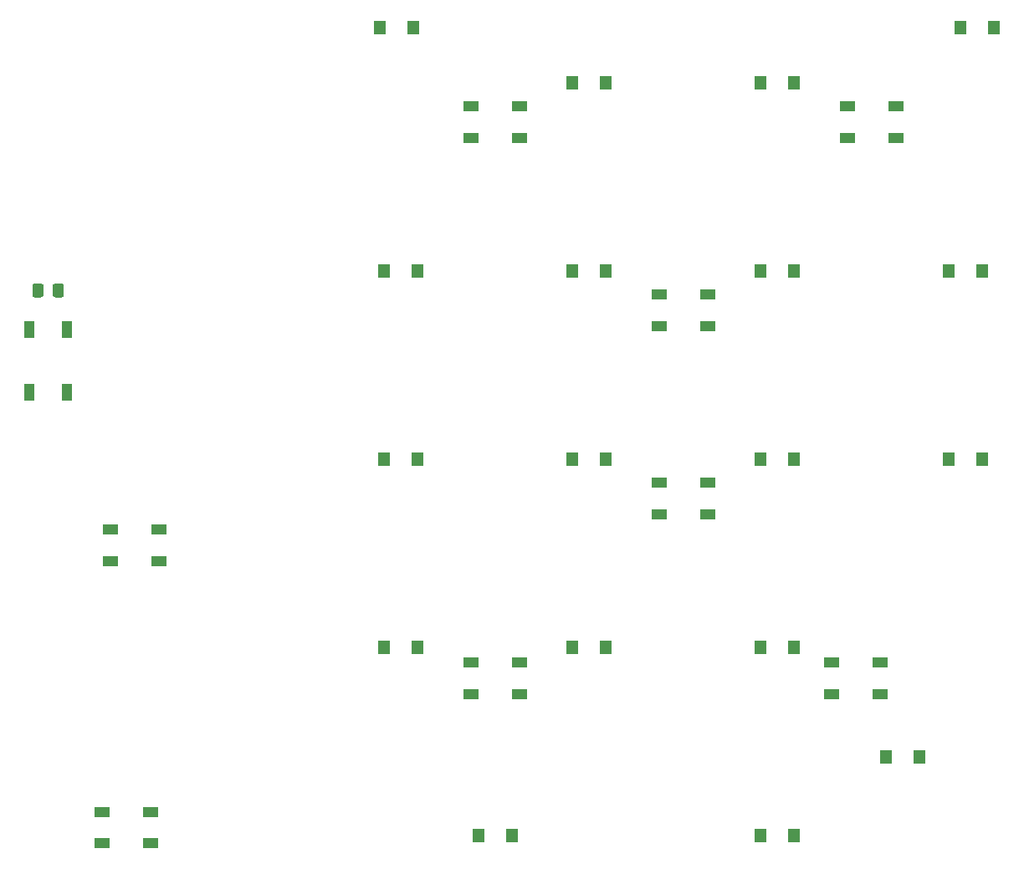
<source format=gbr>
G04 #@! TF.GenerationSoftware,KiCad,Pcbnew,(5.1.9)-1*
G04 #@! TF.CreationDate,2021-05-12T14:45:45+02:00*
G04 #@! TF.ProjectId,RotPad,526f7450-6164-42e6-9b69-6361645f7063,rev?*
G04 #@! TF.SameCoordinates,Original*
G04 #@! TF.FileFunction,Paste,Bot*
G04 #@! TF.FilePolarity,Positive*
%FSLAX46Y46*%
G04 Gerber Fmt 4.6, Leading zero omitted, Abs format (unit mm)*
G04 Created by KiCad (PCBNEW (5.1.9)-1) date 2021-05-12 14:45:45*
%MOMM*%
%LPD*%
G01*
G04 APERTURE LIST*
%ADD10R,1.500000X1.000000*%
%ADD11R,1.200000X1.400000*%
%ADD12R,1.000000X1.700000*%
G04 APERTURE END LIST*
D10*
X72157800Y-115099100D03*
X72157800Y-111899100D03*
X77057800Y-115099100D03*
X77057800Y-111899100D03*
X71364100Y-143672300D03*
X71364100Y-140472300D03*
X76264100Y-143672300D03*
X76264100Y-140472300D03*
D11*
X154090400Y-134929000D03*
X150690400Y-134929000D03*
X102843600Y-61114900D03*
X99443600Y-61114900D03*
D10*
X108668000Y-128592000D03*
X108668000Y-125392000D03*
X113568000Y-128592000D03*
X113568000Y-125392000D03*
D11*
X161577400Y-61114900D03*
X158177400Y-61114900D03*
X141391200Y-142866000D03*
X137991200Y-142866000D03*
X112818000Y-142866000D03*
X109418000Y-142866000D03*
X141391200Y-123817200D03*
X137991200Y-123817200D03*
X122342400Y-123817200D03*
X118942400Y-123817200D03*
X103293600Y-123817200D03*
X99893600Y-123817200D03*
X160440000Y-104768400D03*
X157040000Y-104768400D03*
X141391200Y-104768400D03*
X137991200Y-104768400D03*
X122342400Y-104768400D03*
X118942400Y-104768400D03*
X103293600Y-104768400D03*
X99893600Y-104768400D03*
X160440000Y-85719600D03*
X157040000Y-85719600D03*
X141391200Y-85719600D03*
X137991200Y-85719600D03*
X122342400Y-85719600D03*
X118942400Y-85719600D03*
X103293600Y-85719600D03*
X99893600Y-85719600D03*
X141391200Y-66670800D03*
X137991200Y-66670800D03*
X122342400Y-66670800D03*
X118942400Y-66670800D03*
D10*
X113568000Y-69039300D03*
X113568000Y-72239300D03*
X108668000Y-69039300D03*
X108668000Y-72239300D03*
X151665600Y-69039300D03*
X151665600Y-72239300D03*
X146765600Y-69039300D03*
X146765600Y-72239300D03*
X132616800Y-88088100D03*
X132616800Y-91288100D03*
X127716800Y-88088100D03*
X127716800Y-91288100D03*
X132616800Y-107136900D03*
X132616800Y-110336900D03*
X127716800Y-107136900D03*
X127716800Y-110336900D03*
X145178200Y-128592000D03*
X145178200Y-125392000D03*
X150078200Y-128592000D03*
X150078200Y-125392000D03*
G36*
G01*
X64277100Y-88153851D02*
X64277100Y-87253849D01*
G75*
G02*
X64527099Y-87003850I249999J0D01*
G01*
X65177101Y-87003850D01*
G75*
G02*
X65427100Y-87253849I0J-249999D01*
G01*
X65427100Y-88153851D01*
G75*
G02*
X65177101Y-88403850I-249999J0D01*
G01*
X64527099Y-88403850D01*
G75*
G02*
X64277100Y-88153851I0J249999D01*
G01*
G37*
G36*
G01*
X66327100Y-88153851D02*
X66327100Y-87253849D01*
G75*
G02*
X66577099Y-87003850I249999J0D01*
G01*
X67227101Y-87003850D01*
G75*
G02*
X67477100Y-87253849I0J-249999D01*
G01*
X67477100Y-88153851D01*
G75*
G02*
X67227101Y-88403850I-249999J0D01*
G01*
X66577099Y-88403850D01*
G75*
G02*
X66327100Y-88153851I0J249999D01*
G01*
G37*
D12*
X67777100Y-97997150D03*
X67777100Y-91697150D03*
X63977100Y-97997150D03*
X63977100Y-91697150D03*
M02*

</source>
